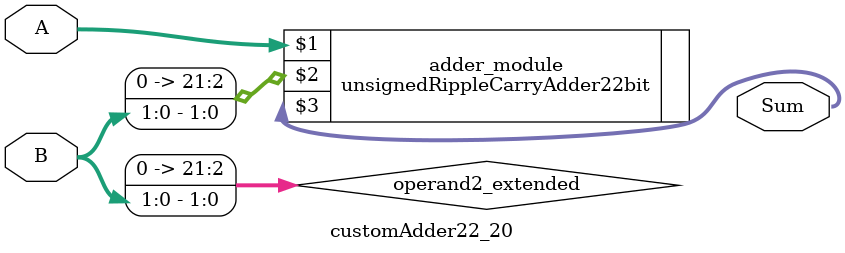
<source format=v>

module customAdder22_20(
                    input [21 : 0] A,
                    input [1 : 0] B,
                    
                    output [22 : 0] Sum
            );

    wire [21 : 0] operand2_extended;
    
    assign operand2_extended =  {20'b0, B};
    
    unsignedRippleCarryAdder22bit adder_module(
        A,
        operand2_extended,
        Sum
    );
    
endmodule
        
</source>
